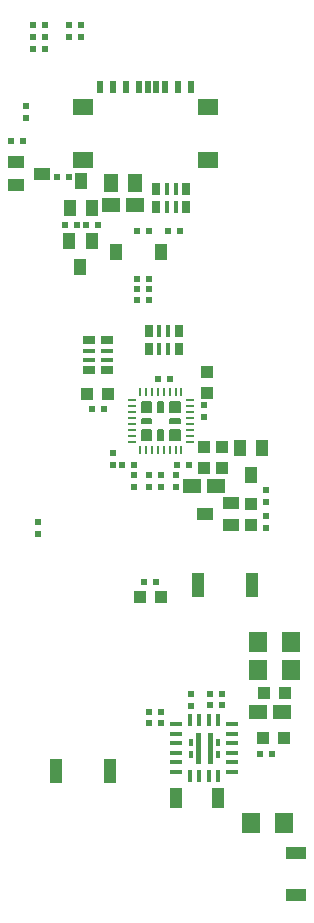
<source format=gbr>
G04 #@! TF.GenerationSoftware,KiCad,Pcbnew,6.0.0-unknown-d3777ea~100~ubuntu18.04.1*
G04 #@! TF.CreationDate,2019-05-24T15:58:07+03:00*
G04 #@! TF.ProjectId,ESP32-PoE-ISO_Rev_C,45535033-322d-4506-9f45-2d49534f5f52,C*
G04 #@! TF.SameCoordinates,Original*
G04 #@! TF.FileFunction,Paste,Bot*
G04 #@! TF.FilePolarity,Positive*
%FSLAX46Y46*%
G04 Gerber Fmt 4.6, Leading zero omitted, Abs format (unit mm)*
G04 Created by KiCad (PCBNEW 6.0.0-unknown-d3777ea~100~ubuntu18.04.1) date 2019-05-24 15:58:07*
%MOMM*%
%LPD*%
G04 APERTURE LIST*
%ADD10C,0.100000*%
%ADD11C,0.200000*%
%ADD12R,0.500000X0.550000*%
%ADD13R,1.016000X2.032000*%
%ADD14R,0.400000X1.000000*%
%ADD15R,1.000000X0.400000*%
%ADD16R,0.550000X0.500000*%
%ADD17R,1.016000X1.016000*%
%ADD18R,1.270000X1.524000*%
%ADD19R,1.524000X1.778000*%
%ADD20R,1.400000X1.000000*%
%ADD21R,1.000000X1.400000*%
%ADD22R,1.524000X1.270000*%
%ADD23R,1.778000X1.016000*%
%ADD24R,0.500000X1.000000*%
%ADD25R,1.754000X1.454000*%
%ADD26R,0.381000X1.016000*%
%ADD27R,0.635000X1.016000*%
%ADD28R,0.230000X0.780000*%
%ADD29R,0.780000X0.230000*%
%ADD30R,1.016000X1.778000*%
%ADD31R,1.016000X0.381000*%
%ADD32R,1.016000X0.635000*%
G04 APERTURE END LIST*
D10*
G36*
X110127000Y-164842000D02*
G01*
X110127000Y-165342000D01*
X110377000Y-165342000D01*
X110377000Y-164842000D01*
X110127000Y-164842000D01*
G37*
X110127000Y-164842000D02*
X110127000Y-165342000D01*
X110377000Y-165342000D01*
X110377000Y-164842000D01*
X110127000Y-164842000D01*
G36*
X110127000Y-163842000D02*
G01*
X110127000Y-164342000D01*
X110377000Y-164342000D01*
X110377000Y-163842000D01*
X110127000Y-163842000D01*
G37*
X110127000Y-163842000D02*
X110127000Y-164342000D01*
X110377000Y-164342000D01*
X110377000Y-163842000D01*
X110127000Y-163842000D01*
G36*
X107777000Y-163842000D02*
G01*
X107777000Y-164342000D01*
X108027000Y-164342000D01*
X108027000Y-163842000D01*
X107777000Y-163842000D01*
G37*
X107777000Y-163842000D02*
X107777000Y-164342000D01*
X108027000Y-164342000D01*
X108027000Y-163842000D01*
X107777000Y-163842000D01*
G36*
X109727000Y-163292000D02*
G01*
X109427000Y-163292000D01*
X109427000Y-165892000D01*
X109727000Y-165892000D01*
X109727000Y-163292000D01*
G37*
X109727000Y-163292000D02*
X109427000Y-163292000D01*
X109427000Y-165892000D01*
X109727000Y-165892000D01*
X109727000Y-163292000D01*
G36*
X107777000Y-164842000D02*
G01*
X107777000Y-165342000D01*
X108027000Y-165342000D01*
X108027000Y-164842000D01*
X107777000Y-164842000D01*
G37*
X107777000Y-164842000D02*
X107777000Y-165342000D01*
X108027000Y-165342000D01*
X108027000Y-164842000D01*
X107777000Y-164842000D01*
G36*
X108727000Y-163292000D02*
G01*
X108427000Y-163292000D01*
X108427000Y-165892000D01*
X108727000Y-165892000D01*
X108727000Y-163292000D01*
G37*
X108727000Y-163292000D02*
X108427000Y-163292000D01*
X108427000Y-165892000D01*
X108727000Y-165892000D01*
X108727000Y-163292000D01*
D11*
X107010000Y-137706000D02*
X107010000Y-138506000D01*
X106210000Y-137706000D02*
X107010000Y-137706000D01*
X106210000Y-138506000D02*
X106210000Y-137706000D01*
X107010000Y-138506000D02*
X106210000Y-138506000D01*
X107010000Y-138406000D02*
X106210000Y-138406000D01*
X107010000Y-138306000D02*
X106210000Y-138306000D01*
X107010000Y-138206000D02*
X106210000Y-138206000D01*
X107010000Y-138106000D02*
X106210000Y-138106000D01*
X107010000Y-138006000D02*
X106210000Y-138006000D01*
X107010000Y-137906000D02*
X106210000Y-137906000D01*
X107010000Y-137806000D02*
X106210000Y-137806000D01*
X104610000Y-137806000D02*
X103810000Y-137806000D01*
X104610000Y-137906000D02*
X103810000Y-137906000D01*
X104610000Y-138006000D02*
X103810000Y-138006000D01*
X104610000Y-138106000D02*
X103810000Y-138106000D01*
X104610000Y-138206000D02*
X103810000Y-138206000D01*
X104610000Y-138306000D02*
X103810000Y-138306000D01*
X104610000Y-138406000D02*
X103810000Y-138406000D01*
X104610000Y-138506000D02*
X103810000Y-138506000D01*
X103810000Y-138506000D02*
X103810000Y-137706000D01*
X103810000Y-137706000D02*
X104610000Y-137706000D01*
X104610000Y-137706000D02*
X104610000Y-138506000D01*
X107010000Y-135406000D02*
X106210000Y-135406000D01*
X107010000Y-135506000D02*
X106210000Y-135506000D01*
X107010000Y-135606000D02*
X106210000Y-135606000D01*
X107010000Y-135706000D02*
X106210000Y-135706000D01*
X107010000Y-135806000D02*
X106210000Y-135806000D01*
X107010000Y-135906000D02*
X106210000Y-135906000D01*
X107010000Y-136006000D02*
X106210000Y-136006000D01*
X107010000Y-136106000D02*
X106210000Y-136106000D01*
X106210000Y-136106000D02*
X106210000Y-135306000D01*
X106210000Y-135306000D02*
X107010000Y-135306000D01*
X107010000Y-135306000D02*
X107010000Y-136106000D01*
X104610000Y-135306000D02*
X104610000Y-136106000D01*
X103810000Y-135306000D02*
X104610000Y-135306000D01*
X103810000Y-136106000D02*
X103810000Y-135306000D01*
X104610000Y-136106000D02*
X103810000Y-136106000D01*
X104610000Y-136006000D02*
X103810000Y-136006000D01*
X104610000Y-135906000D02*
X103810000Y-135906000D01*
X104610000Y-135806000D02*
X103810000Y-135806000D01*
X104610000Y-135706000D02*
X103810000Y-135706000D01*
X104610000Y-135606000D02*
X103810000Y-135606000D01*
X104610000Y-135506000D02*
X103810000Y-135506000D01*
X104610000Y-135406000D02*
X103810000Y-135406000D01*
X105210000Y-138506000D02*
X105610000Y-138506000D01*
X105210000Y-137706000D02*
X105210000Y-138506000D01*
X105610000Y-137706000D02*
X105210000Y-137706000D01*
X105610000Y-138506000D02*
X105610000Y-137706000D01*
X105510000Y-138506000D02*
X105510000Y-137706000D01*
X105410000Y-138506000D02*
X105410000Y-137706000D01*
X105310000Y-138506000D02*
X105310000Y-137706000D01*
X105310000Y-136106000D02*
X105310000Y-135306000D01*
X105410000Y-136106000D02*
X105410000Y-135306000D01*
X105510000Y-136106000D02*
X105510000Y-135306000D01*
X105610000Y-136106000D02*
X105610000Y-135306000D01*
X105610000Y-135306000D02*
X105210000Y-135306000D01*
X105210000Y-135306000D02*
X105210000Y-136106000D01*
X105210000Y-136106000D02*
X105610000Y-136106000D01*
X107010000Y-136706000D02*
X107010000Y-137106000D01*
X106210000Y-136706000D02*
X107010000Y-136706000D01*
X106210000Y-137106000D02*
X106210000Y-136706000D01*
X107010000Y-137106000D02*
X106210000Y-137106000D01*
X107010000Y-137006000D02*
X106210000Y-137006000D01*
X106210000Y-136906000D02*
X107010000Y-136906000D01*
X107010000Y-136806000D02*
X106210000Y-136806000D01*
X104610000Y-136806000D02*
X103810000Y-136806000D01*
X103810000Y-136906000D02*
X104610000Y-136906000D01*
X104610000Y-137006000D02*
X103810000Y-137006000D01*
X104610000Y-137106000D02*
X103810000Y-137106000D01*
X103810000Y-137106000D02*
X103810000Y-136706000D01*
X103810000Y-136706000D02*
X104610000Y-136706000D01*
X104610000Y-136706000D02*
X104610000Y-137106000D01*
D12*
X97663000Y-103378000D03*
X98679000Y-103378000D03*
D13*
X101092000Y-166497000D03*
X96520000Y-166497000D03*
X113157000Y-150749000D03*
X108585000Y-150749000D03*
D14*
X107877000Y-162242000D03*
X108677000Y-162242000D03*
X109477000Y-162242000D03*
X110277000Y-162242000D03*
D15*
X111427000Y-162592000D03*
X111427000Y-163392000D03*
X111427000Y-164192000D03*
X111427000Y-164992000D03*
X111427000Y-165792000D03*
X111427000Y-166592000D03*
D14*
X110277000Y-166942000D03*
X109477000Y-166942000D03*
X108677000Y-166942000D03*
X107877000Y-166942000D03*
D15*
X106727000Y-166592000D03*
X106727000Y-165792000D03*
X106727000Y-164992000D03*
X106727000Y-164192000D03*
X106727000Y-163392000D03*
X106727000Y-162592000D03*
D16*
X94996000Y-145415000D03*
X94996000Y-146431000D03*
D12*
X94615000Y-104394000D03*
X95631000Y-104394000D03*
X94615000Y-103378000D03*
X95631000Y-103378000D03*
X95631000Y-105410000D03*
X94615000Y-105410000D03*
X110617000Y-160020000D03*
X109601000Y-160020000D03*
D17*
X105410000Y-151765000D03*
X103632000Y-151765000D03*
D16*
X114300000Y-142748000D03*
X114300000Y-143764000D03*
D17*
X113030000Y-143891000D03*
X113030000Y-145669000D03*
D12*
X110617000Y-160909000D03*
X109601000Y-160909000D03*
D18*
X103251000Y-116713000D03*
X101219000Y-116713000D03*
D17*
X114173000Y-159893000D03*
X115951000Y-159893000D03*
D19*
X113665000Y-155575000D03*
X116459000Y-155575000D03*
X113665000Y-157988000D03*
X116459000Y-157988000D03*
D12*
X106172000Y-133350000D03*
X105156000Y-133350000D03*
X99568000Y-135890000D03*
X100584000Y-135890000D03*
D16*
X101346000Y-139573000D03*
X101346000Y-140589000D03*
D12*
X107823000Y-140589000D03*
X106807000Y-140589000D03*
X93726000Y-113157000D03*
X92710000Y-113157000D03*
X104394000Y-161544000D03*
X105410000Y-161544000D03*
X105410000Y-162433000D03*
X104394000Y-162433000D03*
D16*
X93980000Y-111252000D03*
X93980000Y-110236000D03*
D12*
X104394000Y-126619000D03*
X103378000Y-126619000D03*
X104394000Y-124841000D03*
X103378000Y-124841000D03*
X104394000Y-120777000D03*
X103378000Y-120777000D03*
X113792000Y-165100000D03*
X114808000Y-165100000D03*
D16*
X107950000Y-161036000D03*
X107950000Y-160020000D03*
D12*
X104394000Y-125730000D03*
X103378000Y-125730000D03*
X102108000Y-140589000D03*
X103124000Y-140589000D03*
D16*
X109093000Y-136525000D03*
X109093000Y-135509000D03*
X105410000Y-141478000D03*
X105410000Y-142494000D03*
X106680000Y-142494000D03*
X106680000Y-141478000D03*
X103124000Y-142494000D03*
X103124000Y-141478000D03*
X104394000Y-142494000D03*
X104394000Y-141478000D03*
X114300000Y-145923000D03*
X114300000Y-144907000D03*
D12*
X105029000Y-150495000D03*
X104013000Y-150495000D03*
X96647000Y-116205000D03*
X97663000Y-116205000D03*
D20*
X111343440Y-143830040D03*
X111343440Y-145732500D03*
X109133640Y-144777460D03*
D21*
X99628960Y-118836440D03*
X97726500Y-118836440D03*
X98681540Y-116626640D03*
D22*
X101219000Y-118618000D03*
X103251000Y-118618000D03*
D19*
X115824000Y-170942000D03*
X113030000Y-170942000D03*
D23*
X116840000Y-177038000D03*
X116840000Y-173482000D03*
D24*
X100290000Y-108587000D03*
X101390000Y-108587000D03*
X102490000Y-108587000D03*
X103590000Y-108587000D03*
X104340000Y-108587000D03*
X105040000Y-108587000D03*
X105790000Y-108587000D03*
X106890000Y-108587000D03*
X107990000Y-108587000D03*
D25*
X109440000Y-110337000D03*
X98840000Y-110337000D03*
X109440000Y-114787000D03*
X98840000Y-114787000D03*
D22*
X115697000Y-161544000D03*
X113665000Y-161544000D03*
D17*
X109347000Y-134493000D03*
X109347000Y-132715000D03*
X99187000Y-134620000D03*
X100965000Y-134620000D03*
X109093000Y-140843000D03*
X109093000Y-139065000D03*
X110617000Y-140843000D03*
X110617000Y-139065000D03*
D26*
X106045000Y-129286000D03*
X105283000Y-129286000D03*
X106045000Y-130810000D03*
X105283000Y-130810000D03*
D27*
X106934000Y-129286000D03*
X106934000Y-130810000D03*
X104394000Y-129286000D03*
X104394000Y-130810000D03*
D21*
X97663000Y-121666000D03*
X99565460Y-121666000D03*
X98610420Y-123875800D03*
D22*
X110109000Y-142367000D03*
X108077000Y-142367000D03*
D12*
X98679000Y-104394000D03*
X97663000Y-104394000D03*
D21*
X105405000Y-122555000D03*
X101605000Y-122555000D03*
D12*
X106045000Y-120777000D03*
X107061000Y-120777000D03*
D28*
X103660000Y-139356000D03*
X104160000Y-139356000D03*
X104660000Y-139356000D03*
X105160000Y-139356000D03*
X105660000Y-139356000D03*
X106160000Y-139356000D03*
X106660000Y-139356000D03*
X107160000Y-139356000D03*
D29*
X107860000Y-138656000D03*
X107860000Y-138156000D03*
X107860000Y-137656000D03*
X107860000Y-137156000D03*
X107860000Y-136656000D03*
X107860000Y-136156000D03*
X107860000Y-135656000D03*
X107860000Y-135156000D03*
D28*
X107160000Y-134456000D03*
X106660000Y-134456000D03*
X106160000Y-134456000D03*
X105660000Y-134456000D03*
X105160000Y-134456000D03*
X104660000Y-134456000D03*
X104160000Y-134456000D03*
X103660000Y-134456000D03*
D29*
X102960000Y-135156000D03*
X102960000Y-135656000D03*
X102960000Y-136156000D03*
X102960000Y-136656000D03*
X102960000Y-137156000D03*
X102960000Y-137656000D03*
X102960000Y-138156000D03*
X102960000Y-138656000D03*
D12*
X100076000Y-120269000D03*
X99060000Y-120269000D03*
X98298000Y-120269000D03*
X97282000Y-120269000D03*
D17*
X115824000Y-163703000D03*
X114046000Y-163703000D03*
D20*
X95334000Y-115951000D03*
X93134000Y-115001000D03*
X93134000Y-116901000D03*
D21*
X113027460Y-141437360D03*
X113982500Y-139227560D03*
X112080040Y-139227560D03*
D27*
X105029000Y-118745000D03*
X105029000Y-117221000D03*
X107569000Y-118745000D03*
X107569000Y-117221000D03*
D26*
X105918000Y-118745000D03*
X106680000Y-118745000D03*
X105918000Y-117221000D03*
X106680000Y-117221000D03*
D30*
X106680000Y-168783000D03*
X110236000Y-168783000D03*
D31*
X99314000Y-130937000D03*
X99314000Y-131699000D03*
X100838000Y-130937000D03*
X100838000Y-131699000D03*
D32*
X99314000Y-130048000D03*
X100838000Y-130048000D03*
X99314000Y-132588000D03*
X100838000Y-132588000D03*
M02*

</source>
